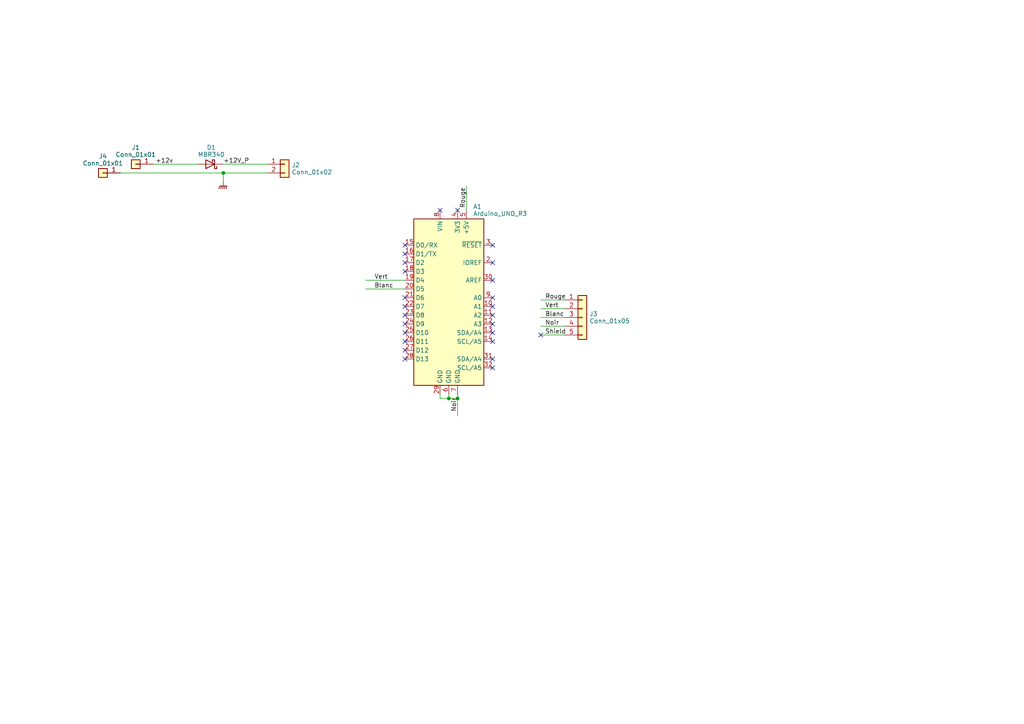
<source format=kicad_sch>
(kicad_sch (version 20230121) (generator eeschema)
  (paper "A4")
  (lib_symbols
    (symbol "Connector_Generic:Conn_01x01" (pin_names (offset 1.016) hide)
      (property "Reference" "J" (at 0 2.54 0))
      (property "Value" "Conn_01x01" (at 0 -2.54 0))
      (symbol "Conn_01x01_1_1"
        (rectangle (start -1.27 0.127) (end 0 -0.127) (stroke (width 0.1524)))
        (rectangle (start -1.27 1.27) (end 1.27 -1.27) (stroke (width 0.254)) (fill (type background)))
        (pin passive line (at -5.08 0 0) (length 3.81) (name "Pin_1") (number "1"))
      )
    )
    (symbol "Connector_Generic:Conn_01x02" (pin_names (offset 1.016) hide)
      (property "Reference" "J" (at 0 2.54 0))
      (property "Value" "Conn_01x02" (at 0 -5.08 0))
      (symbol "Conn_01x02_1_1"
        (rectangle (start -1.27 -2.413) (end 0 -2.667) (stroke (width 0.1524)))
        (rectangle (start -1.27 0.127) (end 0 -0.127) (stroke (width 0.1524)))
        (rectangle (start -1.27 1.27) (end 1.27 -3.81) (stroke (width 0.254)) (fill (type background)))
        (pin passive line (at -5.08 0 0) (length 3.81) (name "Pin_1") (number "1"))
        (pin passive line (at -5.08 -2.54 0) (length 3.81) (name "Pin_2") (number "2"))
      )
    )
    (symbol "Connector_Generic:Conn_01x05" (pin_names (offset 1.016) hide)
      (property "Reference" "J" (at 0 7.62 0))
      (property "Value" "Conn_01x05" (at 0 -7.62 0))
      (symbol "Conn_01x05_1_1"
        (rectangle (start -1.27 -4.953) (end 0 -5.207) (stroke (width 0.1524)))
        (rectangle (start -1.27 -2.413) (end 0 -2.667) (stroke (width 0.1524)))
        (rectangle (start -1.27 0.127) (end 0 -0.127) (stroke (width 0.1524)))
        (rectangle (start -1.27 2.667) (end 0 2.413) (stroke (width 0.1524)))
        (rectangle (start -1.27 5.207) (end 0 4.953) (stroke (width 0.1524)))
        (rectangle (start -1.27 6.35) (end 1.27 -6.35) (stroke (width 0.254)) (fill (type background)))
        (pin passive line (at -5.08 5.08 0) (length 3.81) (name "Pin_1") (number "1"))
        (pin passive line (at -5.08 2.54 0) (length 3.81) (name "Pin_2") (number "2"))
        (pin passive line (at -5.08 0 0) (length 3.81) (name "Pin_3") (number "3"))
        (pin passive line (at -5.08 -2.54 0) (length 3.81) (name "Pin_4") (number "4"))
        (pin passive line (at -5.08 -5.08 0) (length 3.81) (name "Pin_5") (number "5"))
      )
    )
    (symbol "Diode:MBR340" (pin_numbers hide) (pin_names (offset 1.016) hide)
      (property "Reference" "D" (at 0 2.54 0))
      (property "Value" "MBR340" (at 0 -2.54 0))
      (symbol "MBR340_0_1"
        (polyline (pts (xy 1.27 0) (xy -1.27 0)))
        (polyline (pts (xy 1.27 1.27) (xy 1.27 -1.27) (xy -1.27 0) (xy 1.27 1.27)) (stroke (width 0.254)))
        (polyline (pts (xy -1.905 0.635) (xy -1.905 1.27) (xy -1.27 1.27) (xy -1.27 -1.27) (xy -0.635 -1.27) (xy -0.635 -0.635)) (stroke (width 0.254)))
      )
      (symbol "MBR340_1_1"
        (pin passive line (at -3.81 0 0) (length 2.54) (name "K") (number "1"))
        (pin passive line (at 3.81 0 180) (length 2.54) (name "A") (number "2"))
      )
    )
    (symbol "MCU_Module:Arduino_UNO_R3"
      (property "Reference" "A" (at -10.16 23.495 0))
      (property "Value" "Arduino_UNO_R3" (at 5.08 -26.67 0))
      (symbol "Arduino_UNO_R3_0_1"
        (rectangle (start -10.16 22.86) (end 10.16 -25.4) (stroke (width 0.254)) (fill (type background)))
      )
      (symbol "Arduino_UNO_R3_1_1"
        (pin no_connect line (at -10.16 -20.32 0) (length 2.54) hide (name "NC") (number "1"))
        (pin bidirectional line (at 12.7 -2.54 180) (length 2.54) (name "A1") (number "10"))
        (pin bidirectional line (at 12.7 -5.08 180) (length 2.54) (name "A2") (number "11"))
        (pin bidirectional line (at 12.7 -7.62 180) (length 2.54) (name "A3") (number "12"))
        (pin bidirectional line (at 12.7 -10.16 180) (length 2.54) (name "SDA/A4") (number "13"))
        (pin bidirectional line (at 12.7 -12.7 180) (length 2.54) (name "SCL/A5") (number "14"))
        (pin bidirectional line (at -12.7 15.24 0) (length 2.54) (name "D0/RX") (number "15"))
        (pin bidirectional line (at -12.7 12.7 0) (length 2.54) (name "D1/TX") (number "16"))
        (pin bidirectional line (at -12.7 10.16 0) (length 2.54) (name "D2") (number "17"))
        (pin bidirectional line (at -12.7 7.62 0) (length 2.54) (name "D3") (number "18"))
        (pin bidirectional line (at -12.7 5.08 0) (length 2.54) (name "D4") (number "19"))
        (pin output line (at 12.7 10.16 180) (length 2.54) (name "IOREF") (number "2"))
        (pin bidirectional line (at -12.7 2.54 0) (length 2.54) (name "D5") (number "20"))
        (pin bidirectional line (at -12.7 0 0) (length 2.54) (name "D6") (number "21"))
        (pin bidirectional line (at -12.7 -2.54 0) (length 2.54) (name "D7") (number "22"))
        (pin bidirectional line (at -12.7 -5.08 0) (length 2.54) (name "D8") (number "23"))
        (pin bidirectional line (at -12.7 -7.62 0) (length 2.54) (name "D9") (number "24"))
        (pin bidirectional line (at -12.7 -10.16 0) (length 2.54) (name "D10") (number "25"))
        (pin bidirectional line (at -12.7 -12.7 0) (length 2.54) (name "D11") (number "26"))
        (pin bidirectional line (at -12.7 -15.24 0) (length 2.54) (name "D12") (number "27"))
        (pin bidirectional line (at -12.7 -17.78 0) (length 2.54) (name "D13") (number "28"))
        (pin power_in line (at -2.54 -27.94 90) (length 2.54) (name "GND") (number "29"))
        (pin input line (at 12.7 15.24 180) (length 2.54) (name "~{RESET}") (number "3"))
        (pin input line (at 12.7 5.08 180) (length 2.54) (name "AREF") (number "30"))
        (pin bidirectional line (at 12.7 -17.78 180) (length 2.54) (name "SDA/A4") (number "31"))
        (pin bidirectional line (at 12.7 -20.32 180) (length 2.54) (name "SCL/A5") (number "32"))
        (pin power_out line (at 2.54 25.4 270) (length 2.54) (name "3V3") (number "4"))
        (pin power_out line (at 5.08 25.4 270) (length 2.54) (name "+5V") (number "5"))
        (pin power_in line (at 0 -27.94 90) (length 2.54) (name "GND") (number "6"))
        (pin power_in line (at 2.54 -27.94 90) (length 2.54) (name "GND") (number "7"))
        (pin power_in line (at -2.54 25.4 270) (length 2.54) (name "VIN") (number "8"))
        (pin bidirectional line (at 12.7 0 180) (length 2.54) (name "A0") (number "9"))
      )
    )
    (symbol "power:GNDPWR" (power) (pin_names (offset 0))
      (property "Value" "GNDPWR" (at 0 -3.302 0))
      (symbol "GNDPWR_0_1"
        (polyline (pts (xy 0 -1.27) (xy 0 0)))
        (polyline (pts (xy -1.016 -1.27) (xy -1.27 -2.032) (xy -1.27 -2.032)) (stroke (width 0.2032)))
        (polyline (pts (xy -0.508 -1.27) (xy -0.762 -2.032) (xy -0.762 -2.032)) (stroke (width 0.2032)))
        (polyline (pts (xy 0 -1.27) (xy -0.254 -2.032) (xy -0.254 -2.032)) (stroke (width 0.2032)))
        (polyline (pts (xy 0.508 -1.27) (xy 0.254 -2.032) (xy 0.254 -2.032)) (stroke (width 0.2032)))
        (polyline (pts (xy 1.016 -1.27) (xy -1.016 -1.27) (xy -1.016 -1.27)) (stroke (width 0.2032)))
        (polyline (pts (xy 1.016 -1.27) (xy 0.762 -2.032) (xy 0.762 -2.032) (xy 0.762 -2.032)) (stroke (width 0.2032)))
      )
      (symbol "GNDPWR_1_1"
        (pin power_in line (at 0 0 270) (length 0) hide (name "GNDPWR") (number "1"))
      )
    )
  )
  (junction (at 64.77 50.165))
  (junction (at 132.715 115.57))
  (junction (at 130.175 115.57))
  (no_connect (at 117.475 96.52))
  (no_connect (at 117.475 91.44))
  (no_connect (at 142.875 99.06))
  (no_connect (at 142.875 106.68))
  (no_connect (at 117.475 93.98))
  (no_connect (at 117.475 76.2))
  (no_connect (at 127.635 60.96))
  (no_connect (at 117.475 73.66))
  (no_connect (at 117.475 101.6))
  (no_connect (at 142.875 86.36))
  (no_connect (at 117.475 86.36))
  (no_connect (at 117.475 78.74))
  (no_connect (at 117.475 71.12))
  (no_connect (at 142.875 96.52))
  (no_connect (at 156.845 97.155))
  (no_connect (at 132.715 60.96))
  (no_connect (at 117.475 104.14))
  (no_connect (at 117.475 88.9))
  (no_connect (at 142.875 81.28))
  (no_connect (at 142.875 71.12))
  (no_connect (at 142.875 93.98))
  (no_connect (at 142.875 104.14))
  (no_connect (at 142.875 88.9))
  (no_connect (at 142.875 76.2))
  (no_connect (at 117.475 99.06))
  (no_connect (at 142.875 91.44))
  (wire (pts (xy 132.715 114.3) (xy 132.715 115.57)))
  (wire (pts (xy 156.845 94.615) (xy 163.83 94.615)))
  (wire (pts (xy 34.925 50.165) (xy 64.77 50.165)))
  (wire (pts (xy 156.845 86.995) (xy 163.83 86.995)))
  (wire (pts (xy 135.255 53.975) (xy 135.255 60.96)))
  (wire (pts (xy 127.635 115.57) (xy 127.635 114.3)))
  (wire (pts (xy 64.77 50.165) (xy 64.77 52.705)))
  (wire (pts (xy 106.045 81.28) (xy 117.475 81.28)))
  (wire (pts (xy 130.175 115.57) (xy 127.635 115.57)))
  (wire (pts (xy 44.45 47.625) (xy 57.15 47.625)))
  (wire (pts (xy 64.77 47.625) (xy 77.47 47.625)))
  (wire (pts (xy 156.845 97.155) (xy 163.83 97.155)))
  (wire (pts (xy 156.845 89.535) (xy 163.83 89.535)))
  (wire (pts (xy 130.175 114.3) (xy 130.175 115.57)))
  (wire (pts (xy 132.715 115.57) (xy 130.175 115.57)))
  (wire (pts (xy 106.045 83.82) (xy 117.475 83.82)))
  (wire (pts (xy 132.715 115.57) (xy 132.715 120.65)))
  (wire (pts (xy 64.77 50.165) (xy 77.47 50.165)))
  (wire (pts (xy 156.845 92.075) (xy 163.83 92.075)))
  (label "+12V_P" (at 64.77 47.625 0))
  (label "Rouge" (at 135.255 60.325 90))
  (label "Blanc" (at 158.115 92.075 0))
  (label "Noir" (at 158.115 94.615 0))
  (label "Shield" (at 158.115 97.155 0))
  (label "Blanc" (at 108.585 83.82 0))
  (label "Noir" (at 132.715 119.38 90))
  (label "+12v" (at 45.085 47.625 0))
  (label "Rouge" (at 158.115 86.995 0))
  (label "Vert" (at 158.115 89.535 0))
  (label "Vert" (at 108.585 81.28 0))
  (symbol (lib_id "Connector_Generic:Conn_01x01") (at 29.845 50.165 180) (unit 1)
    (property "Reference" "J4" (at 29.845 45.315 0))
    (property "Value" "Conn_01x01" (at 29.845 47.363 0))
    (property "Footprint" "Connector:Banana_Jack_1Pin" (effects hide))
  )
  (symbol (lib_id "Connector_Generic:Conn_01x01") (at 39.37 47.625 180) (unit 1)
    (property "Reference" "J1" (at 39.37 42.775 0))
    (property "Value" "Conn_01x01" (at 39.37 44.823 0))
    (property "Footprint" "Connector:Banana_Jack_1Pin" (effects hide))
  )
  (symbol (lib_id "MCU_Module:Arduino_UNO_R3") (at 130.175 86.36 0) (unit 1)
    (property "Reference" "A1" (at 137.2109 59.92 0) (effects (justify left)))
    (property "Value" "Arduino_UNO_R3" (at 137.2109 61.968 0) (effects (justify left)))
    (property "Footprint" "Module:Arduino_UNO_R3" (effects hide))
    (property "Datasheet" "https://www.arduino.cc/en/Main/arduinoBoardUno" (effects hide))
  )
  (symbol (lib_id "power:GNDPWR") (at 64.77 52.705 0) (unit 1)
    (property "Reference" "#PWR01" (effects hide))
    (property "Value" "GNDPWR" (effects hide))
  )
  (symbol (lib_id "Connector_Generic:Conn_01x05") (at 168.91 92.075 0) (unit 1)
    (property "Reference" "J3" (at 170.942 91.051 0) (effects (justify left)))
    (property "Value" "Conn_01x05" (at 170.942 93.099 0) (effects (justify left)))
    (property "Footprint" "TerminalBlock:TerminalBlock_bornier-5_P5.08mm" (effects hide))
  )
  (symbol (lib_id "Diode:MBR340") (at 60.96 47.625 180) (unit 1)
    (property "Reference" "D1" (at 61.2775 42.775 0))
    (property "Value" "MBR340" (at 61.2775 44.823 0))
    (property "Footprint" "Diode_THT:D_DO-201AD_P15.24mm_Horizontal" (effects hide))
    (property "Datasheet" "http://www.onsemi.com/pub_link/Collateral/MBR340-D.PDF" (effects hide))
  )
  (symbol (lib_id "Connector_Generic:Conn_01x02") (at 82.55 47.625 0) (unit 1)
    (property "Reference" "J2" (at 84.582 47.871 0) (effects (justify left)))
    (property "Value" "Conn_01x02" (at 84.582 49.919 0) (effects (justify left)))
    (property "Footprint" "TerminalBlock:TerminalBlock_bornier-2_P5.08mm" (effects hide))
  )
)
</source>
